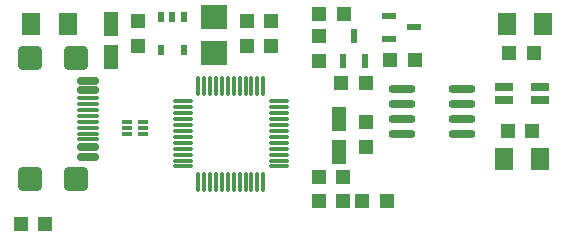
<source format=gbr>
G04*
G04 #@! TF.GenerationSoftware,Altium Limited,Altium Designer,24.2.2 (26)*
G04*
G04 Layer_Color=8421504*
%FSLAX44Y44*%
%MOMM*%
G71*
G04*
G04 #@! TF.SameCoordinates,200C4C84-4450-49E8-9A81-A87B66CA8C1A*
G04*
G04*
G04 #@! TF.FilePolarity,Positive*
G04*
G01*
G75*
%ADD19R,1.2000X1.2000*%
%ADD20O,0.3000X1.8000*%
%ADD21O,1.8000X0.3000*%
%ADD22R,1.2000X1.2000*%
%ADD23R,0.6000X0.9000*%
%ADD24R,1.2000X2.0000*%
%ADD25R,1.5000X1.9000*%
%ADD26R,0.8500X0.3000*%
%ADD27R,1.5000X0.8000*%
G04:AMPARAMS|DCode=28|XSize=0.6mm|YSize=1.8mm|CornerRadius=0.15mm|HoleSize=0mm|Usage=FLASHONLY|Rotation=270.000|XOffset=0mm|YOffset=0mm|HoleType=Round|Shape=RoundedRectangle|*
%AMROUNDEDRECTD28*
21,1,0.6000,1.5000,0,0,270.0*
21,1,0.3000,1.8000,0,0,270.0*
1,1,0.3000,-0.7500,-0.1500*
1,1,0.3000,-0.7500,0.1500*
1,1,0.3000,0.7500,0.1500*
1,1,0.3000,0.7500,-0.1500*
%
%ADD28ROUNDEDRECTD28*%
G04:AMPARAMS|DCode=29|XSize=0.3mm|YSize=1.8mm|CornerRadius=0.075mm|HoleSize=0mm|Usage=FLASHONLY|Rotation=270.000|XOffset=0mm|YOffset=0mm|HoleType=Round|Shape=RoundedRectangle|*
%AMROUNDEDRECTD29*
21,1,0.3000,1.6500,0,0,270.0*
21,1,0.1500,1.8000,0,0,270.0*
1,1,0.1500,-0.8250,-0.0750*
1,1,0.1500,-0.8250,0.0750*
1,1,0.1500,0.8250,0.0750*
1,1,0.1500,0.8250,-0.0750*
%
%ADD29ROUNDEDRECTD29*%
G04:AMPARAMS|DCode=30|XSize=2mm|YSize=2mm|CornerRadius=0.3mm|HoleSize=0mm|Usage=FLASHONLY|Rotation=270.000|XOffset=0mm|YOffset=0mm|HoleType=Round|Shape=RoundedRectangle|*
%AMROUNDEDRECTD30*
21,1,2.0000,1.4000,0,0,270.0*
21,1,1.4000,2.0000,0,0,270.0*
1,1,0.6000,-0.7000,-0.7000*
1,1,0.6000,-0.7000,0.7000*
1,1,0.6000,0.7000,0.7000*
1,1,0.6000,0.7000,-0.7000*
%
%ADD30ROUNDEDRECTD30*%
%ADD31O,2.3000X0.7000*%
%ADD32R,2.2000X2.0000*%
%ADD33R,1.3000X0.6000*%
%ADD34R,0.6000X1.3000*%
D19*
X331674Y29210D02*
D03*
X310674D02*
D03*
X42368Y9906D02*
D03*
X21368D02*
D03*
X314030Y129540D02*
D03*
X293030D02*
D03*
X433746Y88900D02*
D03*
X454746D02*
D03*
X435270Y154686D02*
D03*
X456270D02*
D03*
X274320Y187960D02*
D03*
X295320D02*
D03*
X354924Y148590D02*
D03*
X333924D02*
D03*
D20*
X181890Y45860D02*
D03*
X211890D02*
D03*
X226890Y126860D02*
D03*
X221890D02*
D03*
X216890D02*
D03*
X211890D02*
D03*
X206890D02*
D03*
X201890D02*
D03*
X196890D02*
D03*
X191890D02*
D03*
X186890D02*
D03*
X181890D02*
D03*
X176890D02*
D03*
X171890D02*
D03*
Y45860D02*
D03*
X176890D02*
D03*
X186890D02*
D03*
X191890D02*
D03*
X196890D02*
D03*
X201890D02*
D03*
X206890D02*
D03*
X216890D02*
D03*
X221890D02*
D03*
X226890D02*
D03*
D21*
X239890Y93860D02*
D03*
Y58860D02*
D03*
Y63860D02*
D03*
Y68860D02*
D03*
Y73860D02*
D03*
Y78860D02*
D03*
Y83860D02*
D03*
Y88860D02*
D03*
Y98860D02*
D03*
Y103860D02*
D03*
Y108860D02*
D03*
Y113860D02*
D03*
X158890D02*
D03*
Y108860D02*
D03*
Y103860D02*
D03*
Y98860D02*
D03*
Y93860D02*
D03*
Y88860D02*
D03*
Y83860D02*
D03*
Y78860D02*
D03*
Y73860D02*
D03*
Y68860D02*
D03*
Y63860D02*
D03*
Y58860D02*
D03*
D22*
X294386Y29260D02*
D03*
X233680Y160696D02*
D03*
Y181696D02*
D03*
X274320Y168910D02*
D03*
Y147910D02*
D03*
X274066Y29260D02*
D03*
Y50260D02*
D03*
X294386D02*
D03*
X313690Y75606D02*
D03*
Y96606D02*
D03*
X120650Y181716D02*
D03*
Y160716D02*
D03*
X213360Y160696D02*
D03*
Y181696D02*
D03*
D23*
X159360Y185450D02*
D03*
X140360Y185450D02*
D03*
X149860Y185450D02*
D03*
X159360Y157450D02*
D03*
X140360Y157450D02*
D03*
D24*
X290830Y99090D02*
D03*
X290830Y71090D02*
D03*
X97790Y151696D02*
D03*
Y179696D02*
D03*
D25*
X463810Y179070D02*
D03*
X432810D02*
D03*
X461270Y64770D02*
D03*
X430270D02*
D03*
X61220Y179070D02*
D03*
X30220D02*
D03*
D26*
X125110Y91440D02*
D03*
Y96440D02*
D03*
Y86440D02*
D03*
X111110Y96440D02*
D03*
Y86440D02*
D03*
Y91440D02*
D03*
D27*
X461270Y114927D02*
D03*
X430270Y125927D02*
D03*
X461270D02*
D03*
X430270Y114927D02*
D03*
D28*
X78708Y75010D02*
D03*
Y123260D02*
D03*
Y131260D02*
D03*
Y67010D02*
D03*
D29*
Y81668D02*
D03*
Y86677D02*
D03*
Y91686D02*
D03*
Y96695D02*
D03*
Y101705D02*
D03*
Y106714D02*
D03*
Y111723D02*
D03*
Y116732D02*
D03*
D30*
X68210Y150260D02*
D03*
X68210Y48260D02*
D03*
X29210Y150260D02*
D03*
Y48260D02*
D03*
D31*
X395070Y86360D02*
D03*
Y99060D02*
D03*
Y111760D02*
D03*
Y124460D02*
D03*
X344070Y86360D02*
D03*
Y99060D02*
D03*
Y111760D02*
D03*
Y124460D02*
D03*
D32*
X185420Y155180D02*
D03*
Y185180D02*
D03*
D33*
X354670Y176530D02*
D03*
X333670Y167030D02*
D03*
X333670Y186030D02*
D03*
D34*
X303530Y169250D02*
D03*
X313030Y148250D02*
D03*
X294030Y148250D02*
D03*
M02*

</source>
